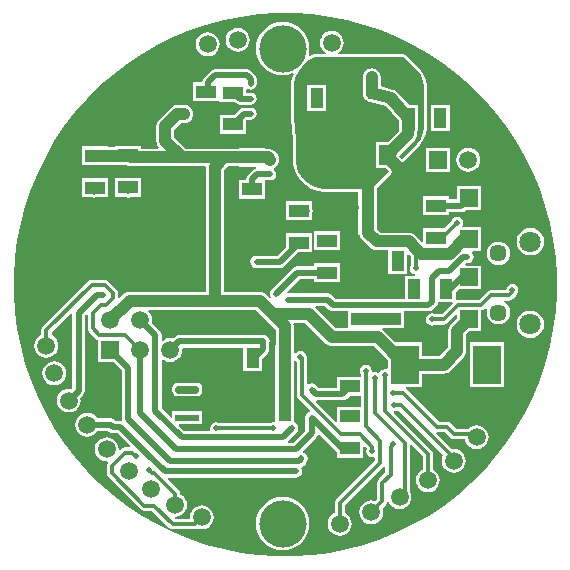
<source format=gbl>
G04*
G04 #@! TF.GenerationSoftware,Altium Limited,Altium Designer,18.1.7 (191)*
G04*
G04 Layer_Physical_Order=2*
G04 Layer_Color=16711680*
%FSLAX44Y44*%
%MOMM*%
G71*
G01*
G75*
%ADD14R,1.5000X1.5000*%
%ADD15R,1.1000X1.7000*%
%ADD18R,2.0000X0.6000*%
G04:AMPARAMS|DCode=19|XSize=0.6mm|YSize=2mm|CornerRadius=0.15mm|HoleSize=0mm|Usage=FLASHONLY|Rotation=90.000|XOffset=0mm|YOffset=0mm|HoleType=Round|Shape=RoundedRectangle|*
%AMROUNDEDRECTD19*
21,1,0.6000,1.7000,0,0,90.0*
21,1,0.3000,2.0000,0,0,90.0*
1,1,0.3000,0.8500,0.1500*
1,1,0.3000,0.8500,-0.1500*
1,1,0.3000,-0.8500,-0.1500*
1,1,0.3000,-0.8500,0.1500*
%
%ADD19ROUNDEDRECTD19*%
%ADD22R,1.7000X1.1000*%
%ADD26R,1.5000X1.5000*%
%ADD54C,1.0000*%
%ADD55C,0.3500*%
%ADD56C,0.5500*%
%ADD57C,0.5000*%
%ADD58C,1.5000*%
%ADD59C,1.4500*%
%ADD60C,1.8000*%
%ADD61C,0.5000*%
%ADD62C,4.0000*%
%ADD63R,2.4000X3.3000*%
G36*
X1452556Y899015D02*
X1467486Y897049D01*
X1482256Y894112D01*
X1496801Y890214D01*
X1511061Y885374D01*
X1524973Y879611D01*
X1538479Y872951D01*
X1551521Y865421D01*
X1564042Y857055D01*
X1575989Y847888D01*
X1587310Y837959D01*
X1597959Y827310D01*
X1607888Y815989D01*
X1617055Y804042D01*
X1625421Y791521D01*
X1632951Y778479D01*
X1639611Y764974D01*
X1645374Y751061D01*
X1650214Y736801D01*
X1654112Y722255D01*
X1657050Y707486D01*
X1659015Y692556D01*
X1660000Y677529D01*
Y670000D01*
Y662471D01*
X1659015Y647444D01*
X1657050Y632514D01*
X1654112Y617744D01*
X1650214Y603199D01*
X1645374Y588939D01*
X1639611Y575027D01*
X1632951Y561521D01*
X1625421Y548479D01*
X1617055Y535958D01*
X1607888Y524011D01*
X1597959Y512690D01*
X1587310Y502041D01*
X1575989Y492112D01*
X1564042Y482945D01*
X1551521Y474579D01*
X1538479Y467049D01*
X1524973Y460389D01*
X1511061Y454626D01*
X1496801Y449786D01*
X1482256Y445888D01*
X1467486Y442951D01*
X1452556Y440985D01*
X1437529Y440000D01*
X1422471D01*
X1407444Y440985D01*
X1392514Y442951D01*
X1377744Y445888D01*
X1363199Y449786D01*
X1348939Y454626D01*
X1335027Y460389D01*
X1321521Y467049D01*
X1308479Y474579D01*
X1295958Y482945D01*
X1284011Y492112D01*
X1272690Y502041D01*
X1262041Y512690D01*
X1252112Y524011D01*
X1242945Y535958D01*
X1234579Y548479D01*
X1227049Y561521D01*
X1220389Y575027D01*
X1214626Y588939D01*
X1209786Y603199D01*
X1205888Y617744D01*
X1202951Y632514D01*
X1200985Y647444D01*
X1200000Y662471D01*
Y670000D01*
Y677529D01*
X1200985Y692556D01*
X1202951Y707486D01*
X1205888Y722255D01*
X1209786Y736801D01*
X1214626Y751061D01*
X1220389Y764974D01*
X1227049Y778479D01*
X1234579Y791521D01*
X1242945Y804042D01*
X1252112Y815989D01*
X1262041Y827310D01*
X1272690Y837959D01*
X1284011Y847888D01*
X1295958Y857055D01*
X1308479Y865421D01*
X1321521Y872951D01*
X1335027Y879611D01*
X1348939Y885374D01*
X1363199Y890214D01*
X1377744Y894112D01*
X1392514Y897049D01*
X1407444Y899015D01*
X1422471Y900000D01*
X1437529D01*
X1452556Y899015D01*
D02*
G37*
%LPC*%
G36*
X1389634Y887443D02*
X1387013Y887098D01*
X1384571Y886086D01*
X1382473Y884477D01*
X1380864Y882379D01*
X1379852Y879937D01*
X1379507Y877316D01*
X1379852Y874695D01*
X1380864Y872253D01*
X1382473Y870155D01*
X1384571Y868546D01*
X1387013Y867534D01*
X1389634Y867189D01*
X1392255Y867534D01*
X1394697Y868546D01*
X1396795Y870155D01*
X1398404Y872253D01*
X1399416Y874695D01*
X1399761Y877316D01*
X1399416Y879937D01*
X1398404Y882379D01*
X1396795Y884477D01*
X1394697Y886086D01*
X1392255Y887098D01*
X1389634Y887443D01*
D02*
G37*
G36*
X1364234Y883633D02*
X1361613Y883288D01*
X1359171Y882276D01*
X1357073Y880667D01*
X1355464Y878569D01*
X1354452Y876127D01*
X1354107Y873506D01*
X1354452Y870885D01*
X1355464Y868443D01*
X1357073Y866345D01*
X1359171Y864736D01*
X1361613Y863724D01*
X1364234Y863379D01*
X1366855Y863724D01*
X1369297Y864736D01*
X1371395Y866345D01*
X1373004Y868443D01*
X1374016Y870885D01*
X1374361Y873506D01*
X1374016Y876127D01*
X1373004Y878569D01*
X1371395Y880667D01*
X1369297Y882276D01*
X1366855Y883288D01*
X1364234Y883633D01*
D02*
G37*
G36*
X1397623Y852389D02*
X1370373D01*
X1368407Y851998D01*
X1366740Y850884D01*
X1361240Y845384D01*
X1360126Y843717D01*
X1359735Y841750D01*
Y841290D01*
X1352210D01*
Y825210D01*
X1374290D01*
X1374960Y824710D01*
Y824710D01*
X1387146D01*
X1387990Y823866D01*
X1389657Y822752D01*
X1391623Y822361D01*
X1400873D01*
X1402840Y822752D01*
X1404507Y823866D01*
X1405621Y825534D01*
X1406012Y827500D01*
X1405621Y829466D01*
X1404507Y831134D01*
X1402840Y832248D01*
X1400873Y832639D01*
X1397040D01*
Y835222D01*
X1398310Y835901D01*
X1398907Y835502D01*
X1400873Y835111D01*
X1402840Y835502D01*
X1404507Y836616D01*
X1405621Y838283D01*
X1406012Y840250D01*
Y844000D01*
X1405621Y845966D01*
X1404507Y847634D01*
X1401257Y850884D01*
X1399590Y851998D01*
X1397623Y852389D01*
D02*
G37*
G36*
X1569290Y822290D02*
X1553210D01*
Y800210D01*
X1569290D01*
Y822290D01*
D02*
G37*
G36*
X1400873Y819889D02*
X1395373D01*
X1393407Y819498D01*
X1391740Y818384D01*
X1387146Y813790D01*
X1374960D01*
Y797710D01*
X1397040D01*
Y809149D01*
X1397502Y809611D01*
X1400873D01*
X1402840Y810002D01*
X1404507Y811116D01*
X1405621Y812784D01*
X1406012Y814750D01*
X1405621Y816717D01*
X1404507Y818384D01*
X1402840Y819498D01*
X1400873Y819889D01*
D02*
G37*
G36*
X1427794Y892586D02*
X1423375Y892150D01*
X1419126Y890862D01*
X1415211Y888769D01*
X1411778Y885952D01*
X1408962Y882520D01*
X1406869Y878604D01*
X1405580Y874355D01*
X1405145Y869937D01*
X1405580Y865518D01*
X1406869Y861269D01*
X1408962Y857354D01*
X1411778Y853921D01*
X1415211Y851105D01*
X1419126Y849012D01*
X1423375Y847723D01*
X1427794Y847288D01*
X1432212Y847723D01*
X1436110Y848905D01*
X1437126Y848040D01*
X1436283Y846004D01*
X1436233Y845754D01*
X1436136Y845519D01*
X1435160Y840611D01*
Y840356D01*
X1435110Y840106D01*
Y837604D01*
Y811500D01*
X1435124Y811427D01*
X1435114Y811353D01*
X1436160Y792926D01*
Y773737D01*
X1436210Y773487D01*
Y773232D01*
X1437030Y769109D01*
X1437128Y768874D01*
X1437177Y768624D01*
X1438786Y764740D01*
X1438928Y764528D01*
X1439025Y764292D01*
X1441361Y760797D01*
X1441541Y760617D01*
X1441683Y760405D01*
X1447498Y754589D01*
X1447710Y754448D01*
X1447891Y754267D01*
X1452051Y751488D01*
X1452287Y751390D01*
X1452498Y751248D01*
X1457121Y749333D01*
X1457371Y749284D01*
X1457607Y749186D01*
X1462514Y748210D01*
X1462769D01*
X1463019Y748160D01*
X1491792D01*
Y736482D01*
X1492111D01*
Y733790D01*
X1491772D01*
Y711710D01*
X1492887D01*
X1493500Y710229D01*
X1494709Y708654D01*
X1502112Y701250D01*
X1503687Y700042D01*
X1505522Y699282D01*
X1507490Y699023D01*
X1517210D01*
Y678960D01*
X1533290D01*
Y695338D01*
X1534463Y695824D01*
X1536136Y694151D01*
Y686293D01*
X1535762Y685734D01*
X1535371Y683768D01*
X1535762Y681802D01*
X1536876Y680134D01*
X1538544Y679020D01*
X1539622Y678806D01*
X1539497Y677536D01*
X1531162D01*
Y658174D01*
X1472894D01*
X1469902Y661166D01*
X1468152Y662335D01*
X1466088Y662746D01*
X1432306D01*
X1432095Y662704D01*
X1431470Y663874D01*
X1442452Y674856D01*
X1454210D01*
Y672210D01*
X1476290D01*
Y688290D01*
X1454210D01*
Y685644D01*
X1440218D01*
X1438154Y685233D01*
X1436404Y684064D01*
X1418586Y666246D01*
X1417417Y664496D01*
X1417006Y662432D01*
X1417417Y660368D01*
X1418085Y659369D01*
X1418026Y659247D01*
X1417253Y658328D01*
X1417166Y658339D01*
X1413628Y661878D01*
X1412052Y663086D01*
X1410218Y663846D01*
X1408250Y664105D01*
X1377855D01*
Y766350D01*
X1381650Y770145D01*
X1390960D01*
Y769710D01*
X1404876D01*
X1405002Y768440D01*
X1404034Y768248D01*
X1402366Y767134D01*
X1398367Y763134D01*
X1397253Y761467D01*
X1396861Y759500D01*
Y758790D01*
X1390960D01*
Y742710D01*
X1413040D01*
Y758361D01*
X1417250D01*
X1419216Y758752D01*
X1420884Y759866D01*
X1421998Y761534D01*
X1422389Y763500D01*
X1421998Y765467D01*
X1420884Y767134D01*
X1420112Y767649D01*
X1420253Y769083D01*
X1421053Y769414D01*
X1422628Y770622D01*
X1423836Y772197D01*
X1424596Y774032D01*
X1424855Y776000D01*
X1424596Y777968D01*
X1423836Y779802D01*
X1422628Y781378D01*
X1420878Y783128D01*
X1419302Y784336D01*
X1417468Y785096D01*
X1415500Y785355D01*
X1413040D01*
Y785790D01*
X1390960D01*
Y785355D01*
X1345440D01*
X1336025Y794770D01*
Y801022D01*
X1341912Y806909D01*
X1344657D01*
X1346626Y807168D01*
X1348460Y807928D01*
X1350035Y809136D01*
X1351243Y810712D01*
X1352003Y812546D01*
X1352262Y814514D01*
X1352003Y816482D01*
X1351243Y818316D01*
X1350035Y819892D01*
X1348460Y821100D01*
X1346626Y821860D01*
X1344657Y822119D01*
X1338762D01*
X1336794Y821860D01*
X1334960Y821100D01*
X1333384Y819892D01*
X1323042Y809550D01*
X1321834Y807974D01*
X1321074Y806140D01*
X1320815Y804172D01*
Y791620D01*
X1321074Y789652D01*
X1321834Y787818D01*
X1322749Y786625D01*
X1322233Y785355D01*
X1308040D01*
Y787790D01*
X1285960D01*
Y786855D01*
X1280040D01*
Y787290D01*
X1257960D01*
Y771210D01*
X1280040D01*
Y771645D01*
X1294570D01*
X1295198Y771164D01*
X1297032Y770404D01*
X1299000Y770145D01*
X1362079D01*
X1362645Y769500D01*
Y664105D01*
X1298200D01*
X1296231Y663846D01*
X1294397Y663086D01*
X1292822Y661878D01*
X1289644Y658699D01*
X1288374Y659226D01*
Y663190D01*
X1288041Y664864D01*
X1287093Y666283D01*
X1280283Y673093D01*
X1278864Y674041D01*
X1277190Y674374D01*
X1266000D01*
X1264326Y674041D01*
X1262907Y673093D01*
X1224657Y634843D01*
X1223709Y633424D01*
X1223376Y631750D01*
Y627408D01*
X1222687Y627123D01*
X1220589Y625513D01*
X1218980Y623416D01*
X1217968Y620974D01*
X1217623Y618353D01*
X1217968Y615732D01*
X1218980Y613290D01*
X1220589Y611192D01*
X1222687Y609583D01*
X1225129Y608571D01*
X1227750Y608226D01*
X1230371Y608571D01*
X1232813Y609583D01*
X1234911Y611192D01*
X1236520Y613290D01*
X1237532Y615732D01*
X1237877Y618353D01*
X1237532Y620974D01*
X1236520Y623416D01*
X1234911Y625513D01*
X1232813Y627123D01*
X1232124Y627408D01*
Y629938D01*
X1248336Y646151D01*
X1249606Y645624D01*
Y582747D01*
X1248644Y581861D01*
X1246629Y582127D01*
X1244008Y581782D01*
X1241566Y580770D01*
X1239468Y579161D01*
X1237859Y577063D01*
X1236848Y574621D01*
X1236502Y572000D01*
X1236848Y569379D01*
X1237859Y566937D01*
X1239468Y564839D01*
X1241566Y563230D01*
X1244008Y562218D01*
X1246629Y561873D01*
X1249250Y562218D01*
X1251692Y563230D01*
X1253790Y564839D01*
X1255399Y566937D01*
X1256411Y569379D01*
X1256756Y572000D01*
X1256465Y574208D01*
X1258814Y576557D01*
X1259983Y578307D01*
X1260394Y580371D01*
Y644141D01*
X1261356Y645103D01*
X1262626Y644577D01*
Y633000D01*
X1262959Y631326D01*
X1263907Y629907D01*
X1269617Y624198D01*
X1271036Y623249D01*
X1271810Y623095D01*
Y604710D01*
X1284623D01*
X1291861Y597472D01*
Y556250D01*
X1291976Y555674D01*
X1291078Y554776D01*
X1290488Y554894D01*
X1286463D01*
X1286043Y555314D01*
X1284293Y556483D01*
X1282229Y556894D01*
X1271016D01*
X1269661Y558661D01*
X1267563Y560270D01*
X1265121Y561282D01*
X1262500Y561627D01*
X1259879Y561282D01*
X1257437Y560270D01*
X1255339Y558661D01*
X1253730Y556563D01*
X1252718Y554121D01*
X1252373Y551500D01*
X1252718Y548879D01*
X1253730Y546437D01*
X1255339Y544339D01*
X1257437Y542730D01*
X1259879Y541718D01*
X1262500Y541373D01*
X1265121Y541718D01*
X1267563Y542730D01*
X1269661Y544339D01*
X1271016Y546106D01*
X1279995D01*
X1280415Y545686D01*
X1282165Y544517D01*
X1284229Y544106D01*
X1288254D01*
X1298829Y533532D01*
X1298303Y532262D01*
X1294388D01*
X1292714Y531929D01*
X1291295Y530981D01*
X1289942Y529628D01*
X1288803Y530189D01*
X1288877Y530750D01*
X1288532Y533371D01*
X1287520Y535813D01*
X1285911Y537911D01*
X1283813Y539520D01*
X1281371Y540532D01*
X1278750Y540877D01*
X1276129Y540532D01*
X1273687Y539520D01*
X1271589Y537911D01*
X1269980Y535813D01*
X1268968Y533371D01*
X1268623Y530750D01*
X1268968Y528129D01*
X1269980Y525687D01*
X1271589Y523589D01*
X1273687Y521980D01*
X1276129Y520968D01*
X1278750Y520623D01*
X1279327Y520699D01*
X1279926Y519497D01*
X1279209Y518424D01*
X1278876Y516750D01*
Y510500D01*
X1279209Y508826D01*
X1280157Y507407D01*
X1307657Y479907D01*
X1309076Y478959D01*
X1310750Y478626D01*
X1317438D01*
X1331907Y464157D01*
X1333326Y463209D01*
X1335000Y462876D01*
X1353718D01*
X1355392Y463209D01*
X1355957Y463587D01*
X1356847Y463218D01*
X1359468Y462873D01*
X1362089Y463218D01*
X1364531Y464230D01*
X1366628Y465839D01*
X1368238Y467937D01*
X1369249Y470379D01*
X1369594Y473000D01*
X1369249Y475621D01*
X1368238Y478063D01*
X1366628Y480161D01*
X1364531Y481770D01*
X1362089Y482782D01*
X1359468Y483127D01*
X1356847Y482782D01*
X1354404Y481770D01*
X1352307Y480161D01*
X1350698Y478063D01*
X1349686Y475621D01*
X1349341Y473000D01*
X1349397Y472579D01*
X1348559Y471624D01*
X1336995D01*
X1336510Y472243D01*
X1336606Y472742D01*
X1337014Y473528D01*
X1339371Y473838D01*
X1341813Y474850D01*
X1343911Y476459D01*
X1345520Y478556D01*
X1346532Y480998D01*
X1346877Y483619D01*
X1346532Y486241D01*
X1345520Y488683D01*
X1343911Y490780D01*
X1341813Y492389D01*
X1341124Y492675D01*
Y492924D01*
X1340791Y494598D01*
X1339843Y496017D01*
X1330426Y505433D01*
X1330912Y506606D01*
X1439000D01*
X1441064Y507017D01*
X1442814Y508186D01*
X1443983Y509936D01*
X1444394Y512000D01*
X1443983Y514064D01*
X1443507Y514776D01*
X1443814Y515517D01*
X1445564Y516686D01*
X1447504Y518626D01*
X1448673Y520376D01*
X1449084Y522440D01*
Y522940D01*
X1448673Y525004D01*
X1447504Y526754D01*
X1445754Y527923D01*
X1445238Y528026D01*
X1444869Y529241D01*
X1456064Y540436D01*
X1457233Y542186D01*
X1457377Y542911D01*
X1458593Y543280D01*
X1473936Y527936D01*
X1473960Y527920D01*
Y523710D01*
X1496040D01*
Y532734D01*
X1497213Y533220D01*
X1499189Y531245D01*
X1499002Y530966D01*
X1498611Y529000D01*
X1499002Y527034D01*
X1500116Y525366D01*
X1501783Y524252D01*
X1503750Y523861D01*
X1504896Y524089D01*
X1506166Y523142D01*
Y521352D01*
X1472988Y488173D01*
X1472039Y486754D01*
X1471707Y485081D01*
Y476805D01*
X1471017Y476520D01*
X1468920Y474911D01*
X1467311Y472813D01*
X1466299Y470371D01*
X1465954Y467750D01*
X1466299Y465129D01*
X1467311Y462687D01*
X1468920Y460589D01*
X1471017Y458980D01*
X1473460Y457968D01*
X1476081Y457623D01*
X1478702Y457968D01*
X1481144Y458980D01*
X1483241Y460589D01*
X1484850Y462687D01*
X1485862Y465129D01*
X1486207Y467750D01*
X1485862Y470371D01*
X1484850Y472813D01*
X1483241Y474911D01*
X1481144Y476520D01*
X1480455Y476805D01*
Y483269D01*
X1513512Y516326D01*
X1513606Y516389D01*
X1513778Y516357D01*
X1514876Y515981D01*
Y511062D01*
X1509120Y505305D01*
X1508171Y503886D01*
X1507838Y502212D01*
Y488524D01*
X1506060Y486746D01*
X1505371Y487032D01*
X1502750Y487377D01*
X1500129Y487032D01*
X1497687Y486020D01*
X1495589Y484411D01*
X1493980Y482313D01*
X1492968Y479871D01*
X1492623Y477250D01*
X1492968Y474629D01*
X1493980Y472187D01*
X1495589Y470089D01*
X1497687Y468480D01*
X1500129Y467468D01*
X1502750Y467123D01*
X1505371Y467468D01*
X1507813Y468480D01*
X1509911Y470089D01*
X1511520Y472187D01*
X1512532Y474629D01*
X1512877Y477250D01*
X1512532Y479871D01*
X1512246Y480560D01*
X1515305Y483619D01*
X1516254Y485038D01*
X1516388Y485713D01*
X1517708Y485843D01*
X1517980Y485187D01*
X1519589Y483089D01*
X1521687Y481480D01*
X1524129Y480468D01*
X1526750Y480123D01*
X1529371Y480468D01*
X1531813Y481480D01*
X1533911Y483089D01*
X1535520Y485187D01*
X1536532Y487629D01*
X1536877Y490250D01*
X1536532Y492871D01*
X1535520Y495313D01*
X1535374Y495503D01*
Y534031D01*
X1536547Y534517D01*
X1546376Y524688D01*
Y513555D01*
X1545687Y513270D01*
X1543589Y511661D01*
X1541980Y509563D01*
X1540968Y507121D01*
X1540623Y504500D01*
X1540968Y501879D01*
X1541980Y499437D01*
X1543589Y497339D01*
X1545687Y495730D01*
X1548129Y494718D01*
X1550750Y494373D01*
X1553371Y494718D01*
X1555813Y495730D01*
X1557911Y497339D01*
X1559520Y499437D01*
X1560532Y501879D01*
X1560877Y504500D01*
X1560532Y507121D01*
X1559520Y509563D01*
X1557911Y511661D01*
X1555813Y513270D01*
X1555124Y513555D01*
Y526500D01*
X1554791Y528174D01*
X1553843Y529593D01*
X1521947Y561488D01*
X1522366Y562866D01*
X1523659Y563124D01*
X1524218Y563497D01*
X1526067D01*
X1563663Y525901D01*
X1562718Y523621D01*
X1562373Y521000D01*
X1562718Y518379D01*
X1563730Y515937D01*
X1565339Y513839D01*
X1567437Y512230D01*
X1569879Y511218D01*
X1572500Y510873D01*
X1575121Y511218D01*
X1577563Y512230D01*
X1579661Y513839D01*
X1581270Y515937D01*
X1582282Y518379D01*
X1582627Y521000D01*
X1582282Y523621D01*
X1581270Y526063D01*
X1579661Y528161D01*
X1577563Y529770D01*
X1575121Y530782D01*
X1572500Y531127D01*
X1571006Y530930D01*
X1557944Y543991D01*
X1558570Y545162D01*
X1558750Y545126D01*
X1565438D01*
X1569907Y540657D01*
X1571326Y539709D01*
X1573000Y539376D01*
X1582087D01*
X1582218Y538379D01*
X1583230Y535937D01*
X1584839Y533839D01*
X1586937Y532230D01*
X1589379Y531218D01*
X1592000Y530873D01*
X1594621Y531218D01*
X1597063Y532230D01*
X1599161Y533839D01*
X1600770Y535937D01*
X1601782Y538379D01*
X1602127Y541000D01*
X1601782Y543621D01*
X1600770Y546063D01*
X1599161Y548161D01*
X1597063Y549770D01*
X1594621Y550782D01*
X1592000Y551127D01*
X1589379Y550782D01*
X1586937Y549770D01*
X1584839Y548161D01*
X1584811Y548124D01*
X1574812D01*
X1570343Y552593D01*
X1568924Y553541D01*
X1567250Y553874D01*
X1560562D01*
X1533093Y581343D01*
X1532199Y581940D01*
X1532584Y583210D01*
X1546040D01*
Y594645D01*
X1564000D01*
X1565968Y594904D01*
X1567802Y595664D01*
X1569377Y596873D01*
X1581128Y608623D01*
X1582336Y610198D01*
X1583096Y612032D01*
X1583355Y614001D01*
Y628100D01*
X1586465Y631210D01*
X1595790D01*
Y648529D01*
X1597450Y648859D01*
X1598869Y649807D01*
X1600627Y651566D01*
X1601704Y650846D01*
X1600962Y649056D01*
X1600626Y646500D01*
X1600962Y643944D01*
X1601949Y641563D01*
X1603518Y639518D01*
X1605563Y637949D01*
X1607944Y636962D01*
X1610500Y636626D01*
X1613056Y636962D01*
X1615437Y637949D01*
X1617482Y639518D01*
X1619052Y641563D01*
X1620038Y643944D01*
X1620375Y646500D01*
X1620038Y649056D01*
X1619052Y651437D01*
X1617482Y653482D01*
X1615437Y655052D01*
X1614703Y655356D01*
X1614955Y656626D01*
X1619342D01*
X1621016Y656959D01*
X1622435Y657907D01*
X1625343Y660815D01*
X1626291Y662234D01*
X1626381Y662687D01*
X1626998Y663609D01*
X1627389Y665576D01*
X1626998Y667542D01*
X1625884Y669209D01*
X1624216Y670323D01*
X1622250Y670714D01*
X1620284Y670323D01*
X1618616Y669209D01*
X1617502Y667542D01*
X1617111Y665576D01*
X1616946Y665374D01*
X1603876D01*
X1602202Y665041D01*
X1600783Y664093D01*
X1593964Y657274D01*
X1576531D01*
X1575512Y657071D01*
X1574242Y657941D01*
Y663364D01*
X1577088Y666210D01*
X1595790D01*
Y686290D01*
X1582918D01*
X1582437Y687412D01*
X1583150Y688280D01*
X1584198D01*
X1586262Y688691D01*
X1588012Y689860D01*
X1589181Y691610D01*
X1589592Y693674D01*
X1589181Y695738D01*
X1588211Y697190D01*
X1588669Y698460D01*
X1595790D01*
Y718540D01*
X1580418D01*
X1579739Y719810D01*
X1580310Y720664D01*
X1580701Y722630D01*
X1580310Y724596D01*
X1579196Y726264D01*
X1577529Y727378D01*
X1575562Y727769D01*
X1573595Y727378D01*
X1571928Y726264D01*
X1570814Y724596D01*
X1570683Y723937D01*
X1564620Y717874D01*
X1546826D01*
Y706767D01*
X1545556Y706241D01*
X1539792Y712006D01*
X1538217Y713214D01*
X1536382Y713974D01*
X1534414Y714233D01*
X1510640D01*
X1507852Y717021D01*
Y733790D01*
X1507321D01*
Y736482D01*
X1507872D01*
Y751960D01*
X1519372Y763459D01*
X1519933Y764299D01*
X1520130Y765291D01*
Y766454D01*
X1519933Y767445D01*
X1519372Y768285D01*
X1516866Y770791D01*
X1516026Y771353D01*
X1515035Y771550D01*
X1509300D01*
Y788450D01*
X1516665D01*
X1517656Y788647D01*
X1518496Y789209D01*
X1528041Y798754D01*
X1528603Y799594D01*
X1528800Y800585D01*
Y808788D01*
X1528713Y809224D01*
X1528647Y809664D01*
X1528615Y809718D01*
X1528603Y809779D01*
X1528356Y810149D01*
X1528126Y810530D01*
X1517040Y822725D01*
X1516856Y822861D01*
X1516705Y823034D01*
X1516453Y823159D01*
X1516228Y823326D01*
X1516005Y823381D01*
X1515799Y823483D01*
X1502356Y827114D01*
X1501604Y827427D01*
X1501602Y827428D01*
X1501599Y827429D01*
X1500999Y827678D01*
X1500485Y828074D01*
X1500483Y828075D01*
X1500481Y828077D01*
X1499834Y828574D01*
X1499824Y828584D01*
X1498926Y829754D01*
X1498427Y830958D01*
X1498235Y832420D01*
Y845580D01*
X1498427Y847042D01*
X1498926Y848247D01*
X1499719Y849280D01*
X1500754Y850074D01*
X1501958Y850573D01*
X1503250Y850743D01*
X1504542Y850573D01*
X1505746Y850074D01*
X1506781Y849281D01*
X1507574Y848246D01*
X1508073Y847042D01*
X1508265Y845580D01*
Y837891D01*
X1508298Y837726D01*
X1508287Y837558D01*
X1508396Y837235D01*
X1508462Y836900D01*
X1508556Y836760D01*
X1508610Y836601D01*
X1508834Y836344D01*
X1509024Y836060D01*
X1509164Y835966D01*
X1509274Y835840D01*
X1509580Y835688D01*
X1509864Y835498D01*
X1510029Y835466D01*
X1510180Y835391D01*
X1520546Y832591D01*
X1520597Y832588D01*
X1520955Y832419D01*
X1521105Y832381D01*
X1521240Y832305D01*
X1521532Y832207D01*
X1521620Y832172D01*
X1521638Y832163D01*
X1521835Y832030D01*
X1521874Y832014D01*
X1522105Y831818D01*
X1522241Y831743D01*
X1522351Y831635D01*
X1522575Y831486D01*
X1522702Y831390D01*
X1522864Y831205D01*
X1522952Y831137D01*
X1522955Y831133D01*
X1522961Y831124D01*
X1522976Y831107D01*
X1523038Y831030D01*
X1523075Y830998D01*
X1532575Y820548D01*
X1532626Y820511D01*
X1532660Y820459D01*
X1533030Y820212D01*
X1533388Y819947D01*
X1533449Y819932D01*
X1533501Y819897D01*
X1533937Y819811D01*
X1534368Y819703D01*
X1534430Y819713D01*
X1534492Y819700D01*
X1539700D01*
Y801557D01*
X1539463Y801201D01*
X1539265Y800210D01*
Y798040D01*
X1539073Y796578D01*
X1538574Y795374D01*
X1537677Y794204D01*
X1524489Y781016D01*
X1524489Y781016D01*
X1523927Y780176D01*
X1523730Y779185D01*
X1523927Y778194D01*
X1524489Y777354D01*
X1527046Y774796D01*
X1527886Y774235D01*
X1528878Y774038D01*
X1529869Y774235D01*
X1530709Y774796D01*
X1541892Y785979D01*
X1541892Y785979D01*
X1543661Y787748D01*
X1543802Y787960D01*
X1543983Y788141D01*
X1546763Y792301D01*
X1546860Y792536D01*
X1547002Y792749D01*
X1548916Y797371D01*
X1548966Y797621D01*
X1549064Y797857D01*
X1550040Y802764D01*
Y803019D01*
X1550090Y803269D01*
Y805771D01*
Y835229D01*
Y837731D01*
X1550040Y837981D01*
Y838236D01*
X1549064Y843143D01*
X1548966Y843379D01*
X1548916Y843629D01*
X1547002Y848251D01*
X1546860Y848464D01*
X1546763Y848699D01*
X1543983Y852859D01*
X1543802Y853040D01*
X1543661Y853252D01*
X1541892Y855021D01*
X1532581Y864331D01*
X1531741Y864893D01*
X1530750Y865090D01*
X1475082D01*
X1474785Y865743D01*
X1474732Y866360D01*
X1476661Y867839D01*
X1478270Y869937D01*
X1479282Y872379D01*
X1479627Y875000D01*
X1479282Y877621D01*
X1478270Y880063D01*
X1476661Y882161D01*
X1474563Y883770D01*
X1472121Y884782D01*
X1469500Y885127D01*
X1466879Y884782D01*
X1464437Y883770D01*
X1462339Y882161D01*
X1460730Y880063D01*
X1459718Y877621D01*
X1459373Y875000D01*
X1459718Y872379D01*
X1460730Y869937D01*
X1462339Y867839D01*
X1464268Y866360D01*
X1464215Y865743D01*
X1463918Y865090D01*
X1454769D01*
X1454519Y865040D01*
X1454264D01*
X1452615Y864712D01*
X1452379Y864614D01*
X1452129Y864565D01*
X1450890Y864051D01*
X1450106Y864578D01*
X1449837Y864955D01*
X1450007Y865518D01*
X1450443Y869937D01*
X1450007Y874355D01*
X1448719Y878604D01*
X1446626Y882520D01*
X1443809Y885952D01*
X1440377Y888769D01*
X1436461Y890862D01*
X1432212Y892150D01*
X1427794Y892586D01*
D02*
G37*
G36*
X1569540Y785790D02*
X1549460D01*
Y765710D01*
X1569540D01*
Y785790D01*
D02*
G37*
G36*
X1584900Y785877D02*
X1582279Y785532D01*
X1579837Y784520D01*
X1577739Y782911D01*
X1576130Y780813D01*
X1575118Y778371D01*
X1574773Y775750D01*
X1575118Y773129D01*
X1576130Y770687D01*
X1577739Y768589D01*
X1579837Y766980D01*
X1582279Y765968D01*
X1584900Y765623D01*
X1587521Y765968D01*
X1589963Y766980D01*
X1592061Y768589D01*
X1593670Y770687D01*
X1594682Y773129D01*
X1595027Y775750D01*
X1594682Y778371D01*
X1593670Y780813D01*
X1592061Y782911D01*
X1589963Y784520D01*
X1587521Y785532D01*
X1584900Y785877D01*
D02*
G37*
G36*
X1308040Y760790D02*
X1285960D01*
Y744710D01*
X1294599D01*
X1295284Y744252D01*
X1297250Y743861D01*
X1299217Y744252D01*
X1299901Y744710D01*
X1308040D01*
Y760790D01*
D02*
G37*
G36*
X1280040Y760290D02*
X1257960D01*
Y744210D01*
X1265723D01*
X1266033Y744002D01*
X1268000Y743611D01*
X1269967Y744002D01*
X1270277Y744210D01*
X1280040D01*
Y760290D01*
D02*
G37*
G36*
X1595790Y753540D02*
X1575710D01*
Y742228D01*
X1568906D01*
Y744874D01*
X1546826D01*
Y728794D01*
X1568906D01*
Y731441D01*
X1579084D01*
X1581148Y731851D01*
X1582898Y733020D01*
X1583338Y733460D01*
X1595790D01*
Y753540D01*
D02*
G37*
G36*
X1452540Y740540D02*
X1430460D01*
Y724460D01*
X1452540D01*
Y729892D01*
X1452802Y730283D01*
X1453193Y732250D01*
X1452802Y734216D01*
X1452540Y734607D01*
Y740540D01*
D02*
G37*
G36*
X1476290Y715290D02*
X1454210D01*
Y699210D01*
X1476290D01*
Y715290D01*
D02*
G37*
G36*
X1637500Y718139D02*
X1634487Y717743D01*
X1631680Y716580D01*
X1629270Y714730D01*
X1627420Y712320D01*
X1626257Y709512D01*
X1625860Y706500D01*
X1626257Y703487D01*
X1627420Y700680D01*
X1629270Y698270D01*
X1631680Y696420D01*
X1634487Y695257D01*
X1637500Y694860D01*
X1640512Y695257D01*
X1643320Y696420D01*
X1645730Y698270D01*
X1647580Y700680D01*
X1648743Y703487D01*
X1649139Y706500D01*
X1648743Y709512D01*
X1647580Y712320D01*
X1645730Y714730D01*
X1643320Y716580D01*
X1640512Y717743D01*
X1637500Y718139D01*
D02*
G37*
G36*
X1610500Y706375D02*
X1607944Y706038D01*
X1605563Y705051D01*
X1603518Y703482D01*
X1601949Y701437D01*
X1600962Y699056D01*
X1600626Y696500D01*
X1600962Y693944D01*
X1601949Y691563D01*
X1603518Y689518D01*
X1605563Y687949D01*
X1607944Y686962D01*
X1610500Y686626D01*
X1613056Y686962D01*
X1615437Y687949D01*
X1617482Y689518D01*
X1619052Y691563D01*
X1620038Y693944D01*
X1620375Y696500D01*
X1620038Y699056D01*
X1619052Y701437D01*
X1617482Y703482D01*
X1615437Y705051D01*
X1613056Y706038D01*
X1610500Y706375D01*
D02*
G37*
G36*
X1452540Y713540D02*
X1430460D01*
Y702087D01*
X1423122Y694750D01*
X1405890D01*
X1403826Y694339D01*
X1402076Y693170D01*
X1400907Y691420D01*
X1400496Y689356D01*
X1400907Y687292D01*
X1402076Y685542D01*
X1403826Y684373D01*
X1405890Y683962D01*
X1425356D01*
X1427421Y684373D01*
X1429170Y685542D01*
X1441088Y697460D01*
X1452540D01*
Y713540D01*
D02*
G37*
G36*
X1637500Y648140D02*
X1634487Y647743D01*
X1631680Y646580D01*
X1629270Y644731D01*
X1627420Y642320D01*
X1626257Y639513D01*
X1625860Y636500D01*
X1626257Y633488D01*
X1627420Y630680D01*
X1629270Y628270D01*
X1631680Y626420D01*
X1634487Y625257D01*
X1637500Y624861D01*
X1640512Y625257D01*
X1643320Y626420D01*
X1645730Y628270D01*
X1647580Y630680D01*
X1648743Y633488D01*
X1649139Y636500D01*
X1648743Y639513D01*
X1647580Y642320D01*
X1645730Y644731D01*
X1643320Y646580D01*
X1640512Y647743D01*
X1637500Y648140D01*
D02*
G37*
G36*
X1234579Y605127D02*
X1231958Y604782D01*
X1229516Y603770D01*
X1227418Y602161D01*
X1225809Y600063D01*
X1224797Y597621D01*
X1224452Y595000D01*
X1224797Y592379D01*
X1225809Y589937D01*
X1227418Y587839D01*
X1229516Y586230D01*
X1231958Y585218D01*
X1234579Y584873D01*
X1237200Y585218D01*
X1239642Y586230D01*
X1241740Y587839D01*
X1243349Y589937D01*
X1244360Y592379D01*
X1244706Y595000D01*
X1244360Y597621D01*
X1243349Y600063D01*
X1241740Y602161D01*
X1239642Y603770D01*
X1237200Y604782D01*
X1234579Y605127D01*
D02*
G37*
G36*
X1615540Y621290D02*
X1586460D01*
Y583210D01*
X1615540D01*
Y621290D01*
D02*
G37*
G36*
X1427794Y490399D02*
X1423375Y489964D01*
X1419126Y488675D01*
X1415211Y486582D01*
X1411778Y483765D01*
X1408962Y480333D01*
X1406869Y476417D01*
X1405580Y472169D01*
X1405145Y467750D01*
X1405580Y463331D01*
X1406869Y459083D01*
X1408962Y455167D01*
X1411778Y451735D01*
X1415211Y448918D01*
X1419126Y446825D01*
X1423375Y445536D01*
X1427794Y445101D01*
X1432212Y445536D01*
X1436461Y446825D01*
X1440377Y448918D01*
X1443809Y451735D01*
X1446626Y455167D01*
X1448719Y459083D01*
X1450007Y463331D01*
X1450443Y467750D01*
X1450007Y472169D01*
X1448719Y476417D01*
X1446626Y480333D01*
X1443809Y483765D01*
X1440377Y486582D01*
X1436461Y488675D01*
X1432212Y489964D01*
X1427794Y490399D01*
D02*
G37*
%LPD*%
G36*
X1540060Y853189D02*
X1541830Y851421D01*
X1544609Y847260D01*
X1546524Y842638D01*
X1547500Y837731D01*
Y835229D01*
Y805771D01*
Y803269D01*
X1546524Y798362D01*
X1544609Y793740D01*
X1541830Y789579D01*
X1540060Y787811D01*
X1540060D01*
X1540060Y787811D01*
X1528878Y776628D01*
X1526320Y779185D01*
X1539628Y792493D01*
X1540836Y794068D01*
X1541596Y795902D01*
X1541855Y797870D01*
Y800210D01*
X1542290D01*
Y822290D01*
X1534492D01*
X1524877Y832866D01*
X1524710Y833007D01*
X1524627Y833116D01*
X1524444Y833257D01*
X1524233Y833495D01*
X1523778Y833796D01*
X1523361Y834148D01*
X1523172Y834237D01*
X1523054Y834328D01*
X1522831Y834421D01*
X1522576Y834589D01*
X1522059Y834762D01*
X1521566Y834994D01*
X1521370Y835029D01*
X1521222Y835091D01*
X1510855Y837891D01*
Y845750D01*
X1510596Y847718D01*
X1509836Y849553D01*
X1508628Y851128D01*
X1507052Y852336D01*
X1505218Y853096D01*
X1503250Y853355D01*
X1501282Y853096D01*
X1499447Y852336D01*
X1497872Y851128D01*
X1496664Y849553D01*
X1495904Y847718D01*
X1495645Y845750D01*
Y832250D01*
X1495904Y830282D01*
X1496664Y828447D01*
X1497872Y826872D01*
X1498122Y826622D01*
X1498905Y826022D01*
X1499684Y825421D01*
X1499691Y825418D01*
X1499698Y825414D01*
X1500609Y825036D01*
X1501517Y824658D01*
X1515124Y820983D01*
X1526210Y808788D01*
Y800585D01*
X1516665Y791040D01*
X1506710D01*
Y768960D01*
X1515035D01*
X1517541Y766454D01*
Y765291D01*
X1503000Y750750D01*
X1463019D01*
X1458112Y751726D01*
X1453490Y753641D01*
X1449330Y756421D01*
X1447560Y758189D01*
X1443514Y762236D01*
X1441179Y765731D01*
X1439570Y769614D01*
X1438750Y773737D01*
Y793000D01*
X1437700Y811500D01*
Y837604D01*
Y840106D01*
X1438676Y845013D01*
X1440590Y849636D01*
X1443023Y853276D01*
X1443809Y853921D01*
X1445243Y855669D01*
X1449574Y860000D01*
X1450169Y860594D01*
X1451567Y861529D01*
X1453120Y862172D01*
X1454769Y862500D01*
X1530750D01*
X1540060Y853189D01*
D02*
G37*
G36*
X1571728Y654283D02*
X1562407Y644962D01*
X1556752D01*
X1556192Y645336D01*
X1554226Y645727D01*
X1552260Y645336D01*
X1550592Y644222D01*
X1549478Y642554D01*
X1549087Y640588D01*
X1549478Y638621D01*
X1550592Y636954D01*
X1552260Y635840D01*
X1554226Y635449D01*
X1556192Y635840D01*
X1556752Y636214D01*
X1564219D01*
X1565893Y636547D01*
X1567312Y637495D01*
X1574537Y644720D01*
X1575710Y644234D01*
Y641965D01*
X1570372Y636628D01*
X1569164Y635052D01*
X1568404Y633218D01*
X1568145Y631250D01*
Y617151D01*
X1560850Y609855D01*
X1546040D01*
Y621290D01*
X1523215D01*
X1513628Y630878D01*
X1512212Y631964D01*
X1512253Y632536D01*
X1512565Y633234D01*
X1530352D01*
Y647386D01*
X1551178D01*
X1553242Y647797D01*
X1554992Y648966D01*
X1557786Y651760D01*
X1558955Y653510D01*
X1559342Y655456D01*
X1571242D01*
X1571728Y654283D01*
D02*
G37*
G36*
X1466846Y648966D02*
X1468596Y647797D01*
X1470660Y647386D01*
X1482960D01*
Y633105D01*
X1473150D01*
X1455567Y650688D01*
X1455591Y651029D01*
X1455907Y651958D01*
X1463854D01*
X1466846Y648966D01*
D02*
G37*
G36*
X1464622Y620122D02*
X1466198Y618914D01*
X1466957Y618599D01*
X1468032Y618154D01*
X1470000Y617895D01*
X1505100D01*
X1516960Y606035D01*
Y599162D01*
X1515690Y598352D01*
X1514250Y598639D01*
X1512283Y598248D01*
X1510616Y597134D01*
X1509502Y595466D01*
X1508660Y595117D01*
X1507717Y595748D01*
X1505750Y596139D01*
X1504409Y595872D01*
X1503316Y596833D01*
X1503309Y596850D01*
X1503389Y597250D01*
X1502998Y599216D01*
X1501884Y600884D01*
X1500217Y601998D01*
X1498250Y602389D01*
X1496284Y601998D01*
X1494616Y600884D01*
X1493502Y599216D01*
X1493111Y597250D01*
X1493502Y595284D01*
X1493876Y594725D01*
Y592290D01*
X1473960D01*
Y582857D01*
X1458270D01*
X1456064Y585064D01*
X1454314Y586233D01*
X1452250Y586644D01*
X1450186Y586233D01*
X1449644Y585871D01*
X1448374Y586550D01*
Y607750D01*
X1448041Y609424D01*
X1447704Y609928D01*
X1447498Y610966D01*
X1446384Y612634D01*
X1444716Y613748D01*
X1442750Y614139D01*
X1440784Y613748D01*
X1439116Y612634D01*
X1438810Y612175D01*
X1437540Y612561D01*
Y618790D01*
X1437105D01*
Y635250D01*
X1436941Y636500D01*
X1437882Y637770D01*
X1446975D01*
X1464622Y620122D01*
D02*
G37*
G36*
X1413997Y639997D02*
X1421895Y632100D01*
Y618790D01*
X1421460D01*
Y596710D01*
X1421460D01*
Y596290D01*
X1421460D01*
Y574210D01*
X1421460D01*
Y573790D01*
X1421460D01*
Y554288D01*
X1420479Y553482D01*
X1419690Y553639D01*
X1417724Y553248D01*
X1417165Y552874D01*
X1374026D01*
X1373466Y553248D01*
X1371500Y553639D01*
X1369534Y553248D01*
X1367866Y552134D01*
X1366752Y550466D01*
X1366361Y548500D01*
X1366586Y547369D01*
X1365632Y546099D01*
X1344418D01*
X1339981Y550537D01*
X1340467Y551710D01*
X1359540D01*
Y555617D01*
X1359889Y557370D01*
X1359540Y559123D01*
Y562790D01*
X1334460D01*
Y557717D01*
X1333287Y557231D01*
X1325249Y565268D01*
Y606174D01*
X1326519Y606800D01*
X1327587Y605980D01*
X1330029Y604969D01*
X1332650Y604624D01*
X1335271Y604969D01*
X1337713Y605980D01*
X1339811Y607590D01*
X1341420Y609687D01*
X1342432Y612129D01*
X1342777Y614750D01*
X1342625Y615901D01*
X1343463Y616856D01*
X1394460D01*
Y596710D01*
X1410540D01*
Y607523D01*
X1415134Y612116D01*
X1416248Y613783D01*
X1416639Y615750D01*
Y620969D01*
X1416894Y622250D01*
X1416483Y624314D01*
X1415314Y626064D01*
X1413564Y627233D01*
X1411500Y627644D01*
X1340150D01*
X1338086Y627233D01*
X1336336Y626064D01*
X1335610Y624978D01*
X1335177Y624544D01*
X1332650Y624877D01*
X1330029Y624532D01*
X1327587Y623520D01*
X1326519Y622701D01*
X1325249Y623327D01*
Y627290D01*
X1324858Y629257D01*
X1323744Y630924D01*
X1317044Y637623D01*
X1317377Y640150D01*
X1317032Y642771D01*
X1316020Y645213D01*
X1314411Y647311D01*
X1313914Y647692D01*
X1314322Y648895D01*
X1405100D01*
X1413997Y639997D01*
D02*
G37*
G36*
X1493876Y566790D02*
X1473960D01*
Y554635D01*
X1472787Y554149D01*
X1456136Y570800D01*
X1456662Y572070D01*
X1478214D01*
X1480278Y572481D01*
X1482028Y573650D01*
X1484588Y576210D01*
X1493876D01*
Y566790D01*
D02*
G37*
G36*
X1439057Y605455D02*
X1439116Y605366D01*
X1439340Y605217D01*
X1439626Y604976D01*
Y576750D01*
X1439959Y575076D01*
X1440907Y573657D01*
X1451023Y563541D01*
X1450654Y562326D01*
X1450186Y562233D01*
X1448436Y561064D01*
X1447267Y559314D01*
X1446856Y557250D01*
Y546484D01*
X1436516Y536144D01*
X1432670D01*
X1432291Y537414D01*
X1439564Y544686D01*
X1440733Y546436D01*
X1441144Y548500D01*
X1440733Y550564D01*
X1439564Y552314D01*
X1437814Y553483D01*
X1437540Y553537D01*
Y573790D01*
X1437540D01*
Y574210D01*
X1437540D01*
Y596290D01*
X1437540D01*
Y596710D01*
X1437540D01*
Y605439D01*
X1438669Y605782D01*
X1439057Y605455D01*
D02*
G37*
%LPC*%
G36*
X1464540Y838790D02*
X1448460D01*
Y816710D01*
X1464540D01*
Y838790D01*
D02*
G37*
G36*
X1355500Y586869D02*
X1338500D01*
X1336924Y586555D01*
X1335587Y585663D01*
X1334694Y584326D01*
X1334381Y582750D01*
Y579750D01*
X1334694Y578174D01*
X1335587Y576837D01*
X1336924Y575944D01*
X1338500Y575631D01*
X1355500D01*
X1357076Y575944D01*
X1358413Y576837D01*
X1359306Y578174D01*
X1359619Y579750D01*
Y580145D01*
X1359889Y581500D01*
X1359498Y583466D01*
X1359468Y583511D01*
X1359306Y584326D01*
X1358413Y585663D01*
X1357076Y586555D01*
X1355500Y586869D01*
D02*
G37*
%LPD*%
D14*
X1585750Y676250D02*
D03*
Y641250D02*
D03*
Y743500D02*
D03*
Y708500D02*
D03*
D15*
X1456500Y827750D02*
D03*
X1429500D02*
D03*
X1539202Y666496D02*
D03*
X1566202D02*
D03*
X1429500Y607750D02*
D03*
X1402500D02*
D03*
X1561250Y811250D02*
D03*
X1534250D02*
D03*
X1402500Y585250D02*
D03*
X1429500D02*
D03*
X1402500Y562750D02*
D03*
X1429500D02*
D03*
X1526812Y722750D02*
D03*
X1499812D02*
D03*
X1526832Y747522D02*
D03*
X1499832D02*
D03*
X1514750Y780000D02*
D03*
X1487750D02*
D03*
X1498250Y690000D02*
D03*
X1525250D02*
D03*
D18*
X1347000Y569250D02*
D03*
Y557250D02*
D03*
D19*
Y581250D02*
D03*
D22*
X1485000Y558750D02*
D03*
Y531750D02*
D03*
X1297000Y752750D02*
D03*
Y779750D02*
D03*
X1269000Y779250D02*
D03*
Y752250D02*
D03*
X1386000Y832750D02*
D03*
Y805750D02*
D03*
X1557866Y709834D02*
D03*
Y736834D02*
D03*
X1402000Y777750D02*
D03*
Y750750D02*
D03*
X1363250Y833250D02*
D03*
Y806250D02*
D03*
X1441500Y732500D02*
D03*
Y705500D02*
D03*
X1465250Y707250D02*
D03*
Y680250D02*
D03*
X1485000Y611250D02*
D03*
Y584250D02*
D03*
X1494000Y668000D02*
D03*
Y641000D02*
D03*
X1519312Y668274D02*
D03*
Y641274D02*
D03*
D26*
X1281850Y614750D02*
D03*
X1559500Y775750D02*
D03*
D54*
X1499716Y718554D02*
Y742216D01*
X1487750Y775239D02*
X1499750Y763239D01*
X1500086Y714032D02*
X1507490Y706628D01*
X1487750Y775239D02*
Y780000D01*
X1507490Y706628D02*
X1534414D01*
X1541272Y699770D01*
X1429500Y607750D02*
Y635250D01*
Y606750D02*
Y607750D01*
X1328420Y804172D02*
X1338762Y814514D01*
X1344657D01*
X1328420Y791620D02*
Y804172D01*
X1503500Y832000D02*
X1519239Y827749D01*
X1503250Y832250D02*
X1503500Y832000D01*
X1503250Y832250D02*
Y845750D01*
X1525146Y749208D02*
X1526832Y747522D01*
X1525146Y749208D02*
Y769604D01*
X1514750Y780000D02*
X1525146Y769604D01*
X1514750Y780000D02*
X1516380D01*
X1534250Y797870D01*
Y811250D01*
X1519250Y827750D02*
X1534250Y811250D01*
X1519239Y827749D02*
X1519250Y827750D01*
X1429500Y585250D02*
Y606750D01*
X1581362Y708500D02*
X1585750D01*
X1569076Y696214D02*
X1581362Y708500D01*
X1544828Y696214D02*
X1569076D01*
X1541272Y699770D02*
X1544828Y696214D01*
X1575750Y631250D02*
X1585750Y641250D01*
X1575750Y614001D02*
Y631250D01*
X1519085Y641046D02*
X1519312Y641274D01*
X1496960Y641046D02*
X1519085D01*
X1500086Y714032D02*
Y720344D01*
X1342290Y777750D02*
X1378500D01*
X1299000D02*
X1342290D01*
X1328420Y791620D02*
X1342290Y777750D01*
X1297000Y779750D02*
X1299000Y777750D01*
X1296500Y779250D02*
X1297000Y779750D01*
X1269000Y779250D02*
X1296500D01*
X1419375Y645375D02*
X1450125D01*
X1499716Y742216D02*
X1499750Y742250D01*
X1564000Y602250D02*
X1575750Y614001D01*
X1531500Y602250D02*
X1564000D01*
X1419375Y645375D02*
X1429500Y635250D01*
X1408250Y656500D02*
X1419375Y645375D01*
X1508250Y625500D02*
X1531500Y602250D01*
X1470000Y625500D02*
X1508250D01*
X1450125Y645375D02*
X1470000Y625500D01*
X1370250Y656500D02*
X1408250D01*
X1298200D02*
X1370250D01*
Y769500D01*
X1378500Y777750D01*
X1402000D01*
X1281850Y640150D02*
X1298200Y656500D01*
X1429500Y564250D02*
Y585250D01*
X1415500Y777750D02*
X1417250Y776000D01*
X1402000Y777750D02*
X1415500D01*
D55*
X1493750Y766914D02*
Y773694D01*
Y766914D02*
X1499832Y760832D01*
Y747522D02*
Y760832D01*
X1622250Y663908D02*
Y665576D01*
X1619342Y661000D02*
X1622250Y663908D01*
X1521240Y578250D02*
X1530000D01*
X1558750Y549500D01*
X1521693Y567871D02*
X1527879D01*
X1572500Y523250D01*
X1505750Y561000D02*
X1531000Y535750D01*
X1505750Y561000D02*
Y591000D01*
X1603876Y661000D02*
X1619342D01*
X1595776Y652900D02*
X1603876Y661000D01*
X1576531Y652900D02*
X1595776D01*
X1554226Y640588D02*
X1564219D01*
X1576531Y652900D01*
X1335000Y467250D02*
X1353718D01*
X1319250Y483000D02*
X1335000Y467250D01*
X1310750Y483000D02*
X1319250D01*
X1283250Y510500D02*
X1310750Y483000D01*
X1283250Y510500D02*
Y516750D01*
X1540510Y699008D02*
X1541272Y699770D01*
X1314750Y513000D02*
X1317076Y510674D01*
X1319000D02*
X1336750Y492924D01*
X1317076Y510674D02*
X1319000D01*
X1336750Y483619D02*
Y492924D01*
X1353718Y467250D02*
X1359468Y473000D01*
X1294388Y527888D02*
X1299862D01*
X1283250Y516750D02*
X1294388Y527888D01*
X1299862D02*
X1302724Y525026D01*
X1303814D01*
X1227750Y631750D02*
X1266000Y670000D01*
X1227750Y618353D02*
Y631750D01*
X1502750Y477250D02*
X1512212Y486712D01*
Y502212D02*
X1519250Y509250D01*
X1512212Y486712D02*
Y502212D01*
X1519250Y532566D02*
X1521500Y534816D01*
X1519250Y509250D02*
Y532566D01*
X1510540Y519500D02*
Y537710D01*
X1476081Y467750D02*
Y485081D01*
X1510500Y519500D02*
X1510540D01*
X1476081Y485081D02*
X1510500Y519500D01*
X1526750Y490250D02*
X1531000Y494500D01*
X1514250Y563000D02*
X1550750Y526500D01*
Y504500D02*
Y526500D01*
X1531000Y494500D02*
Y535750D01*
X1589250Y543750D02*
X1592000Y541000D01*
X1573000Y543750D02*
X1589250D01*
X1567250Y549500D02*
X1573000Y543750D01*
X1572500Y521000D02*
Y523250D01*
X1558750Y549500D02*
X1567250D01*
X1498250Y550000D02*
X1510540Y537710D01*
X1477250Y543500D02*
X1493119D01*
X1503750Y532869D01*
Y529000D02*
Y532869D01*
X1444000Y576750D02*
X1477250Y543500D01*
X1444000Y576750D02*
Y607750D01*
X1442750Y609000D02*
X1444000Y607750D01*
X1498250Y550000D02*
Y597250D01*
X1514250Y563000D02*
Y593500D01*
X1371500Y548500D02*
X1419690D01*
X1266000Y670000D02*
X1277190D01*
X1284000Y663190D01*
Y658650D02*
Y663190D01*
X1274000Y653000D02*
X1278350D01*
X1267000Y646000D02*
X1274000Y653000D01*
X1278350D02*
X1284000Y658650D01*
X1267000Y633000D02*
Y646000D01*
Y633000D02*
X1272710Y627290D01*
X1294710D01*
X1307250Y614750D01*
X1540510Y683768D02*
Y699008D01*
X1562766Y709834D02*
X1575562Y722630D01*
X1557866Y709834D02*
X1562766D01*
X1483750Y583000D02*
X1485000Y584250D01*
D56*
X1478214Y577464D02*
X1483750Y583000D01*
X1456036Y577464D02*
X1478214D01*
X1579500Y676250D02*
X1585750D01*
X1569746Y666496D02*
X1579500Y676250D01*
X1566202Y666496D02*
X1569746D01*
X1313290Y526698D02*
X1327988Y512000D01*
X1313290Y526698D02*
Y526698D01*
X1327988Y512000D02*
X1439000D01*
X1438750Y530750D02*
X1452250Y544250D01*
X1337750Y530750D02*
X1438750D01*
X1307250Y561250D02*
X1337750Y530750D01*
X1428210Y540960D02*
X1435750Y548500D01*
X1443690Y522440D02*
Y522940D01*
X1305448Y534540D02*
X1313290Y526698D01*
X1305448Y534540D02*
Y534540D01*
X1290488Y549500D02*
X1305448Y534540D01*
X1262500Y551500D02*
X1282229D01*
X1284229Y549500D01*
X1290488D01*
X1246629Y572000D02*
X1255000Y580371D01*
Y646375D01*
X1452250Y581250D02*
X1456036Y577464D01*
X1333040Y520790D02*
X1438917D01*
X1332750Y520500D02*
X1333040Y520790D01*
X1441750Y520500D02*
X1443690Y522440D01*
X1438917Y520790D02*
X1439207Y520500D01*
X1441750D01*
X1452250Y544250D02*
Y557250D01*
X1255000Y646375D02*
X1270297Y661672D01*
X1275760D01*
X1580891Y693674D02*
X1584198D01*
X1568953Y681736D02*
X1580891Y693674D01*
X1560159Y681736D02*
X1568953D01*
X1553972Y675549D02*
X1560159Y681736D01*
X1553972Y655574D02*
Y675549D01*
X1551178Y652780D02*
X1553972Y655574D01*
X1470660Y652780D02*
X1551178D01*
X1466088Y657352D02*
X1470660Y652780D01*
X1432306Y657352D02*
X1466088D01*
X1565948Y666242D02*
X1566202Y666496D01*
X1579084Y736834D02*
X1585750Y743500D01*
X1557866Y736834D02*
X1579084D01*
X1422400Y662432D02*
X1440218Y680250D01*
X1465250D01*
X1405890Y689356D02*
X1425356D01*
X1441500Y705500D01*
X1307250Y561250D02*
Y614750D01*
X1340150Y622250D02*
X1411500D01*
X1452250Y557250D02*
X1477750Y531750D01*
X1485000D01*
D57*
X1400873Y840250D02*
Y844000D01*
X1391623Y827500D02*
X1400873D01*
X1342290Y540960D02*
X1428210D01*
X1320110Y563140D02*
X1342290Y540960D01*
X1297000Y556250D02*
X1332750Y520500D01*
X1297000Y556250D02*
Y599600D01*
X1411500Y615750D02*
Y622250D01*
X1281850Y614750D02*
X1297000Y599600D01*
X1402500Y606750D02*
X1411500Y615750D01*
X1307250Y640150D02*
X1320110Y627290D01*
Y563140D02*
Y627290D01*
X1332650Y614750D02*
X1340150Y622250D01*
X1364873Y833250D02*
Y841750D01*
X1370373Y847250D01*
X1397623D01*
X1400873Y844000D01*
X1386373Y805750D02*
X1395373Y814750D01*
X1400873D01*
X1386373Y832750D02*
X1391623Y827500D01*
X1402000Y750750D02*
Y759500D01*
X1406000Y763500D01*
X1417250D01*
D58*
X1584900Y775750D02*
D03*
X1307250Y614750D02*
D03*
X1332650Y614750D02*
D03*
X1281850Y640150D02*
D03*
X1307250Y640150D02*
D03*
X1332650Y640150D02*
D03*
X1389634Y877316D02*
D03*
X1364234Y873506D02*
D03*
X1297750Y512690D02*
D03*
X1234579Y595000D02*
D03*
X1227750Y618353D02*
D03*
X1246629Y572000D02*
D03*
X1278750Y530750D02*
D03*
X1262500Y551500D02*
D03*
X1316250Y496750D02*
D03*
X1336750Y483619D02*
D03*
X1359468Y473000D02*
D03*
X1476081Y467750D02*
D03*
X1502750Y477250D02*
D03*
X1526750Y490250D02*
D03*
X1550750Y504500D02*
D03*
X1572500Y521000D02*
D03*
X1469500Y875000D02*
D03*
X1592000Y541000D02*
D03*
D59*
X1610500Y696500D02*
D03*
Y646500D02*
D03*
D60*
X1637500Y636500D02*
D03*
Y706500D02*
D03*
D61*
X1465750Y668000D02*
D03*
X1456500Y721613D02*
D03*
X1458112Y832250D02*
D03*
X1485550Y850000D02*
D03*
X1473694Y849636D02*
D03*
X1485550Y836426D02*
D03*
X1473694D02*
D03*
X1444200D02*
D03*
X1443806Y822695D02*
D03*
X1474046D02*
D03*
X1484126D02*
D03*
X1539073Y836060D02*
D03*
Y845750D02*
D03*
X1494616Y764974D02*
D03*
X1464376Y786855D02*
D03*
X1494616D02*
D03*
X1484536Y764974D02*
D03*
X1494616Y775750D02*
D03*
X1484536D02*
D03*
Y786855D02*
D03*
X1474456D02*
D03*
Y775750D02*
D03*
X1464376D02*
D03*
X1452250Y490250D02*
D03*
X1400873Y840250D02*
D03*
Y827500D02*
D03*
X1622250Y665576D02*
D03*
X1521240Y578250D02*
D03*
X1521693Y567871D02*
D03*
X1505750Y591000D02*
D03*
X1578250Y660750D02*
D03*
X1458112Y534750D02*
D03*
X1443690Y522940D02*
D03*
X1314750Y513000D02*
D03*
X1303814Y525026D02*
D03*
X1372000Y638055D02*
D03*
X1512283Y668585D02*
D03*
X1351750Y745250D02*
D03*
X1621250Y752714D02*
D03*
X1239000Y725174D02*
D03*
X1251000Y705750D02*
D03*
X1231500Y685250D02*
D03*
X1380250Y479250D02*
D03*
X1408500Y495250D02*
D03*
X1503250Y871000D02*
D03*
Y845750D02*
D03*
X1454296Y786855D02*
D03*
X1503500Y832000D02*
D03*
X1528878Y836060D02*
D03*
Y845754D02*
D03*
X1519085Y846004D02*
D03*
X1528800Y855669D02*
D03*
X1519085D02*
D03*
X1494120Y797371D02*
D03*
X1494514Y811102D02*
D03*
X1484040Y797371D02*
D03*
X1484434Y811102D02*
D03*
X1473960Y797371D02*
D03*
X1474354Y811102D02*
D03*
X1463880Y797371D02*
D03*
X1464274Y811102D02*
D03*
X1453800Y797371D02*
D03*
X1454194Y811102D02*
D03*
X1454296Y775750D02*
D03*
X1474456Y764974D02*
D03*
X1464376D02*
D03*
X1454296D02*
D03*
X1521500Y534816D02*
D03*
X1503750Y529000D02*
D03*
X1454856Y589580D02*
D03*
X1452250Y581250D02*
D03*
X1442750Y609000D02*
D03*
X1498250Y597250D02*
D03*
X1514250Y593500D02*
D03*
X1371500Y548500D02*
D03*
X1354750Y557370D02*
D03*
X1439000Y512000D02*
D03*
X1275760Y661672D02*
D03*
X1347000Y569000D02*
D03*
X1354750Y581500D02*
D03*
X1584198Y693674D02*
D03*
X1540510Y683768D02*
D03*
X1526750Y690500D02*
D03*
X1432306Y657352D02*
D03*
X1448054Y732250D02*
D03*
X1540510Y720344D02*
D03*
X1290250Y699500D02*
D03*
X1368552Y597408D02*
D03*
X1378966Y581406D02*
D03*
X1554226Y640588D02*
D03*
X1575562Y722630D02*
D03*
X1537930Y666790D02*
D03*
X1522984Y642112D02*
D03*
X1501902Y713486D02*
D03*
X1344657Y814514D02*
D03*
X1422400Y662432D02*
D03*
X1405890Y689356D02*
D03*
X1318260Y550672D02*
D03*
X1435750Y548500D02*
D03*
X1601000Y591750D02*
D03*
Y611500D02*
D03*
X1419690Y548500D02*
D03*
X1411500Y622250D02*
D03*
X1429500Y564250D02*
D03*
Y606750D02*
D03*
X1465250Y707250D02*
D03*
X1561250Y811250D02*
D03*
X1400873Y814750D02*
D03*
X1417250Y763500D02*
D03*
Y776000D02*
D03*
X1452250Y557250D02*
D03*
X1485000Y561500D02*
D03*
X1268000Y748750D02*
D03*
X1297250Y749000D02*
D03*
D62*
X1427794Y467750D02*
D03*
Y869937D02*
D03*
D63*
X1531500Y602250D02*
D03*
X1601000D02*
D03*
M02*

</source>
